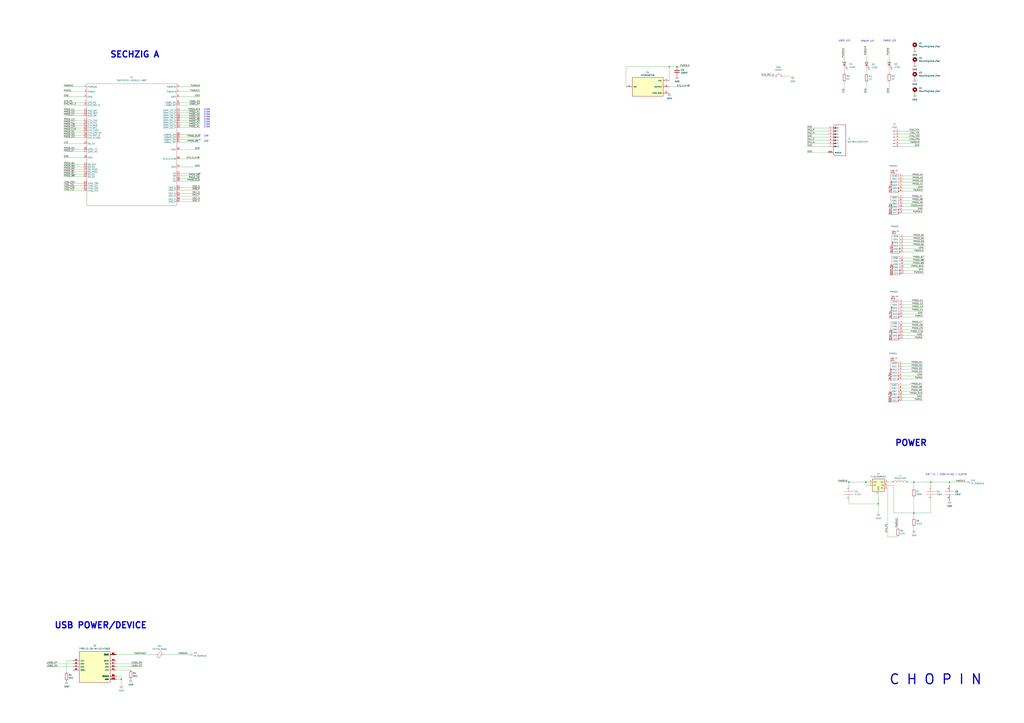
<source format=kicad_sch>
(kicad_sch (version 20211123) (generator eeschema)
  (paper "A1")
  (title_block (title "Chopin Motherboard") (date "2023-03-31") (rev "V0") (company "Copyright © 2023 Lone Dynamics Corporation"))
  (lib_symbols
    (symbol "Connector:Conn_01x06_Male" (pin_names (offset 1.016) hide)
      (property "Reference" "J" (at 0 7.62 0))
      (property "Value" "Conn_01x06_Male" (at 0 -10.16 0))
      (symbol "Conn_01x06_Male_1_1"
        (polyline (pts (xy 1.27 -7.62) (xy 0.8636 -7.62)) (stroke (width 0.1524)))
        (polyline (pts (xy 1.27 -5.08) (xy 0.8636 -5.08)) (stroke (width 0.1524)))
        (polyline (pts (xy 1.27 -2.54) (xy 0.8636 -2.54)) (stroke (width 0.1524)))
        (polyline (pts (xy 1.27 0) (xy 0.8636 0)) (stroke (width 0.1524)))
        (polyline (pts (xy 1.27 2.54) (xy 0.8636 2.54)) (stroke (width 0.1524)))
        (polyline (pts (xy 1.27 5.08) (xy 0.8636 5.08)) (stroke (width 0.1524)))
        (rectangle (start 0.8636 -7.493) (end 0 -7.747) (stroke (width 0.1524)) (fill (type outline)))
        (rectangle (start 0.8636 -4.953) (end 0 -5.207) (stroke (width 0.1524)) (fill (type outline)))
        (rectangle (start 0.8636 -2.413) (end 0 -2.667) (stroke (width 0.1524)) (fill (type outline)))
        (rectangle (start 0.8636 0.127) (end 0 -0.127) (stroke (width 0.1524)) (fill (type outline)))
        (rectangle (start 0.8636 2.667) (end 0 2.413) (stroke (width 0.1524)) (fill (type outline)))
        (rectangle (start 0.8636 5.207) (end 0 4.953) (stroke (width 0.1524)) (fill (type outline)))
        (pin passive line (at 5.08 5.08 180) (length 3.81) (name "Pin_1") (number "1"))
        (pin passive line (at 5.08 2.54 180) (length 3.81) (name "Pin_2") (number "2"))
        (pin passive line (at 5.08 0 180) (length 3.81) (name "Pin_3") (number "3"))
        (pin passive line (at 5.08 -2.54 180) (length 3.81) (name "Pin_4") (number "4"))
        (pin passive line (at 5.08 -5.08 180) (length 3.81) (name "Pin_5") (number "5"))
        (pin passive line (at 5.08 -7.62 180) (length 3.81) (name "Pin_6") (number "6"))
      )
    )
    (symbol "Connector:TestPoint" (pin_numbers hide) (pin_names (offset 0.762) hide)
      (property "Reference" "TP" (at 0 6.858 0))
      (property "Value" "TestPoint" (at 0 5.08 0))
      (symbol "TestPoint_0_1"
        (circle (center 0 3.302) (radius 0.762))
      )
      (symbol "TestPoint_1_1"
        (pin passive line (at 0 0 90) (length 2.54) (name "1") (number "1"))
      )
    )
    (symbol "Device:C" (pin_numbers hide) (pin_names (offset 0.254))
      (property "Reference" "C" (at 0.635 2.54 0))
      (property "Value" "C" (at 0.635 -2.54 0))
      (symbol "C_0_1"
        (polyline (pts (xy -2.032 -0.762) (xy 2.032 -0.762)) (stroke (width 0.508)))
        (polyline (pts (xy -2.032 0.762) (xy 2.032 0.762)) (stroke (width 0.508)))
      )
      (symbol "C_1_1"
        (pin passive line (at 0 3.81 270) (length 2.794) (name "~") (number "1"))
        (pin passive line (at 0 -3.81 90) (length 2.794) (name "~") (number "2"))
      )
    )
    (symbol "Device:Ferrite_Bead" (pin_numbers hide) (pin_names (offset 0))
      (property "Reference" "FB" (at -3.81 0.635 90))
      (property "Value" "Device_Ferrite_Bead" (at 3.81 0 90))
      (symbol "Ferrite_Bead_0_1"
        (polyline (pts (xy 0 -1.27) (xy 0 -1.2192)))
        (polyline (pts (xy 0 1.27) (xy 0 1.2954)))
        (polyline (pts (xy -2.7686 0.4064) (xy -1.7018 2.2606) (xy 2.7686 -0.3048) (xy 1.6764 -2.159) (xy -2.7686 0.4064)))
      )
      (symbol "Ferrite_Bead_1_1"
        (pin passive line (at 0 3.81 270) (length 2.54) (name "~") (number "1"))
        (pin passive line (at 0 -3.81 90) (length 2.54) (name "~") (number "2"))
      )
    )
    (symbol "Device:LED" (pin_numbers hide) (pin_names (offset 1.016) hide)
      (property "Reference" "D" (at 0 2.54 0))
      (property "Value" "LED" (at 0 -2.54 0))
      (symbol "LED_0_1"
        (polyline (pts (xy -1.27 -1.27) (xy -1.27 1.27)) (stroke (width 0.254)))
        (polyline (pts (xy -1.27 0) (xy 1.27 0)))
        (polyline (pts (xy 1.27 -1.27) (xy 1.27 1.27) (xy -1.27 0) (xy 1.27 -1.27)) (stroke (width 0.254)))
        (polyline (pts (xy -3.048 -0.762) (xy -4.572 -2.286) (xy -3.81 -2.286) (xy -4.572 -2.286) (xy -4.572 -1.524)))
        (polyline (pts (xy -1.778 -0.762) (xy -3.302 -2.286) (xy -2.54 -2.286) (xy -3.302 -2.286) (xy -3.302 -1.524)))
      )
      (symbol "LED_1_1"
        (pin passive line (at -3.81 0 0) (length 2.54) (name "K") (number "1"))
        (pin passive line (at 3.81 0 180) (length 2.54) (name "A") (number "2"))
      )
    )
    (symbol "Device:R" (pin_numbers hide) (pin_names (offset 0))
      (property "Reference" "R" (at 2.032 0 90))
      (property "Value" "R" (at 0 0 90))
      (symbol "R_0_1"
        (rectangle (start -1.016 -2.54) (end 1.016 2.54) (stroke (width 0.254)))
      )
      (symbol "R_1_1"
        (pin passive line (at 0 3.81 270) (length 1.27) (name "~") (number "1"))
        (pin passive line (at 0 -3.81 90) (length 1.27) (name "~") (number "2"))
      )
    )
    (symbol "KC2016Z:KC2016Z13.5600C1KX00" (pin_names (offset 1.016))
      (property "Reference" "Y" (at -12.7 8.636 0))
      (property "Value" "KC2016Z13.5600C1KX00" (at -12.7 -10.16 0))
      (symbol "KC2016Z13.5600C1KX00_0_0"
        (rectangle (start -12.7 -7.62) (end 12.7 7.62) (stroke (width 0.254)) (fill (type background)))
        (pin input line (at -17.78 0 0) (length 5.08) (name "INH") (number "1"))
        (pin power_in line (at 17.78 -5.08 180) (length 5.08) (name "CASE_GND") (number "2"))
        (pin output line (at 17.78 0 180) (length 5.08) (name "OUTPUT") (number "3"))
        (pin power_in line (at 17.78 5.08 180) (length 5.08) (name "VCC") (number "4"))
      )
    )
    (symbol "Mechanical:MountingHole_Pad" (pin_numbers hide) (pin_names (offset 1.016) hide)
      (property "Reference" "H" (at 0 6.35 0))
      (property "Value" "MountingHole_Pad" (at 0 4.445 0))
      (symbol "MountingHole_Pad_0_1"
        (circle (center 0 1.27) (radius 1.27) (stroke (width 1.27)))
      )
      (symbol "MountingHole_Pad_1_1"
        (pin input line (at 0 -2.54 90) (length 2.54) (name "1") (number "1"))
      )
    )
    (symbol "Regulator_Switching:TLV62568DDC"
      (property "Reference" "U" (at -5.08 6.35 0))
      (property "Value" "TLV62568DDC" (at 0 6.35 0))
      (symbol "TLV62568DDC_0_1"
        (rectangle (start -5.08 5.08) (end 5.08 -5.08) (stroke (width 0.254)) (fill (type background)))
      )
      (symbol "TLV62568DDC_1_1"
        (pin input line (at -7.62 0 0) (length 2.54) (name "EN") (number "1"))
        (pin power_in line (at 0 -7.62 90) (length 2.54) (name "GND") (number "2"))
        (pin power_out line (at 7.62 2.54 180) (length 2.54) (name "SW") (number "3"))
        (pin power_in line (at -7.62 2.54 0) (length 2.54) (name "VIN") (number "4"))
        (pin open_collector line (at 7.62 -2.54 180) (length 2.54) (name "PG") (number "5"))
        (pin input line (at 7.62 0 180) (length 2.54) (name "FB") (number "6"))
      )
    )
    (symbol "Switch:SW_Push" (pin_numbers hide) (pin_names (offset 1.016) hide)
      (property "Reference" "SW" (at 1.27 2.54 0))
      (property "Value" "SW_Push" (at 0 -1.524 0))
      (symbol "SW_Push_0_1"
        (circle (center -2.032 0) (radius 0.508))
        (polyline (pts (xy 0 1.27) (xy 0 3.048)))
        (polyline (pts (xy 2.54 1.27) (xy -2.54 1.27)))
        (circle (center 2.032 0) (radius 0.508))
        (pin passive line (at -5.08 0 0) (length 2.54) (name "1") (number "1"))
        (pin passive line (at 5.08 0 180) (length 2.54) (name "2") (number "2"))
      )
    )
    (symbol "ld-connectors:SAT3M2132072TR" (pin_names (offset 1.016))
      (property "Reference" "J" (at -5.08 13.97 0))
      (property "Value" "SAT3M2132072TR" (at -5.08 -15.24 0))
      (symbol "SAT3M2132072TR_0_0"
        (rectangle (start -4.445 -5.3975) (end -2.8575 -4.7625) (stroke (width 0.1)) (fill (type outline)))
        (rectangle (start -4.445 -2.8575) (end -2.8575 -2.2225) (stroke (width 0.1)) (fill (type outline)))
        (rectangle (start -4.445 -0.3175) (end -2.8575 0.3175) (stroke (width 0.1)) (fill (type outline)))
        (rectangle (start -4.445 2.2225) (end -2.8575 2.8575) (stroke (width 0.1)) (fill (type outline)))
        (rectangle (start -4.445 4.7625) (end -2.8575 5.3975) (stroke (width 0.1)) (fill (type outline)))
        (rectangle (start -4.445 7.3025) (end -2.8575 7.9375) (stroke (width 0.1)) (fill (type outline)))
        (rectangle (start -4.445 9.8425) (end -2.8575 10.4775) (stroke (width 0.1)) (fill (type outline)))
        (polyline (pts (xy -5.08 -11.43) (xy -3.81 -12.7)) (stroke (width 0.254)))
        (polyline (pts (xy -5.08 -5.08) (xy -3.175 -5.08)) (stroke (width 0.254)))
        (polyline (pts (xy -5.08 -2.54) (xy -3.175 -2.54)) (stroke (width 0.254)))
        (polyline (pts (xy -5.08 0) (xy -3.175 0)) (stroke (width 0.254)))
        (polyline (pts (xy -5.08 2.54) (xy -3.175 2.54)) (stroke (width 0.254)))
        (polyline (pts (xy -5.08 5.08) (xy -3.175 5.08)) (stroke (width 0.254)))
        (polyline (pts (xy -5.08 7.62) (xy -3.175 7.62)) (stroke (width 0.254)))
        (polyline (pts (xy -5.08 10.16) (xy -5.08 -11.43)) (stroke (width 0.254)))
        (polyline (pts (xy -5.08 10.16) (xy -3.175 10.16)) (stroke (width 0.254)))
        (polyline (pts (xy -5.08 11.43) (xy -5.08 10.16)) (stroke (width 0.254)))
        (polyline (pts (xy -5.08 11.43) (xy -3.81 12.7)) (stroke (width 0.254)))
        (polyline (pts (xy -3.81 -12.7) (xy 5.08 -12.7)) (stroke (width 0.254)))
        (polyline (pts (xy 5.08 -12.7) (xy 5.08 12.7)) (stroke (width 0.254)))
        (polyline (pts (xy 5.08 12.7) (xy -3.81 12.7)) (stroke (width 0.254)))
        (pin passive line (at -10.16 10.16 0) (length 5.08) (name "GND") (number "1"))
        (pin passive line (at -10.16 7.62 0) (length 5.08) (name "A_P") (number "2"))
        (pin passive line (at -10.16 5.08 0) (length 5.08) (name "A_N") (number "3"))
        (pin passive line (at -10.16 2.54 0) (length 5.08) (name "GND") (number "4"))
        (pin passive line (at -10.16 0 0) (length 5.08) (name "B_N") (number "5"))
        (pin passive line (at -10.16 -2.54 0) (length 5.08) (name "B_P") (number "6"))
        (pin passive line (at -10.16 -5.08 0) (length 5.08) (name "GND") (number "7"))
        (pin passive line (at -10.16 -10.16 0) (length 5.08) (name "SHIELD") (number "SH1"))
        (pin passive line (at -10.16 -10.16 0) (length 5.08) (name "SHIELD") (number "SH2"))
      )
    )
    (symbol "ld-edge:MACHDYNE-SECHZIG"
      (property "Reference" "U" (at 0 0 0))
      (property "Value" "MACHDYNE-SECHZIG" (at 0 0 0))
      (symbol "MACHDYNE-SECHZIG_0_1"
        (rectangle (start -36.83 53.848) (end 36.83 -46.228))
      )
      (symbol "MACHDYNE-SECHZIG_1_1"
        (pin power_in line (at -39.37 51.308 0) (length 2.54) (name "PWR5V0") (number "1"))
        (pin bidirectional line (at 39.37 36.322 180) (length 2.54) (name "USBD_DP") (number "10"))
        (pin output line (at -39.37 31.75 0) (length 2.54) (name "AUD_DAT") (number "11"))
        (pin output line (at 39.37 32.004 180) (length 2.54) (name "DDMI_CK_N") (number "12"))
        (pin output line (at -39.37 29.718 0) (length 2.54) (name "AUD_BCK") (number "13"))
        (pin output line (at 39.37 29.972 180) (length 2.54) (name "DDMI_CK_P") (number "14"))
        (pin output line (at -39.37 27.686 0) (length 2.54) (name "AUD_WS") (number "15"))
        (pin output line (at 39.37 27.94 180) (length 2.54) (name "DDMI_D0_N") (number "16"))
        (pin bidirectional line (at -39.37 23.622 0) (length 2.54) (name "ETH_TX0") (number "17"))
        (pin output line (at 39.37 25.908 180) (length 2.54) (name "DDMI_D0_P") (number "18"))
        (pin bidirectional line (at -39.37 21.59 0) (length 2.54) (name "ETH_TX1") (number "19"))
        (pin power_in line (at 39.37 51.308 180) (length 2.54) (name "PWR5V0") (number "2"))
        (pin output line (at 39.37 23.876 180) (length 2.54) (name "DDMI_D1_N") (number "20"))
        (pin bidirectional line (at -39.37 19.558 0) (length 2.54) (name "ETH_RX0") (number "21"))
        (pin output line (at 39.37 21.844 180) (length 2.54) (name "DDMI_D1_P") (number "22"))
        (pin bidirectional line (at -39.37 17.526 0) (length 2.54) (name "ETH_RX1") (number "23"))
        (pin output line (at 39.37 19.812 180) (length 2.54) (name "DDMI_D2_N") (number "24"))
        (pin bidirectional line (at -39.37 15.494 0) (length 2.54) (name "ETH_TXEN") (number "25"))
        (pin output line (at 39.37 17.78 180) (length 2.54) (name "DDMI_D2_P") (number "26"))
        (pin bidirectional line (at -39.37 13.462 0) (length 2.54) (name "ETH_CRS_DV") (number "27"))
        (pin bidirectional line (at 39.37 11.938 180) (length 2.54) (name "USBH0_DN") (number "28"))
        (pin bidirectional line (at -39.37 11.43 0) (length 2.54) (name "ETH_RST_N") (number "29"))
        (pin power_out line (at -39.37 47.244 0) (length 2.54) (name "PWRIO") (number "3"))
        (pin bidirectional line (at 39.37 9.906 180) (length 2.54) (name "USBH0_DP") (number "30"))
        (pin input line (at -39.37 9.398 0) (length 2.54) (name "ETH_CLK50") (number "31"))
        (pin bidirectional line (at 39.37 7.874 180) (length 2.54) (name "USBH1_DN") (number "32"))
        (pin input line (at -39.37 4.572 0) (length 2.54) (name "SD_CD") (number "33"))
        (pin bidirectional line (at 39.37 5.842 180) (length 2.54) (name "USBH1_DP") (number "34"))
        (pin bidirectional line (at -39.37 0 0) (length 2.54) (name "UART_TX") (number "35"))
        (pin power_out line (at 39.37 -0.254 180) (length 2.54) (name "GND") (number "36"))
        (pin bidirectional line (at -39.37 -2.032 0) (length 2.54) (name "UART_RX") (number "37"))
        (pin input line (at 39.37 -7.874 180) (length 2.54) (name "SYS_CLK48") (number "38"))
        (pin power_out line (at -39.37 -6.858 0) (length 2.54) (name "GND") (number "39"))
        (pin power_in line (at 39.37 47.244 180) (length 2.54) (name "PWR3V3") (number "4"))
        (pin power_out line (at 39.37 -14.478 180) (length 2.54) (name "GND") (number "40"))
        (pin output line (at -39.37 -12.446 0) (length 2.54) (name "SD_SCK") (number "41"))
        (pin bidirectional line (at 39.37 -19.812 180) (length 2.54) (name "XA") (number "42"))
        (pin bidirectional line (at -39.37 -14.478 0) (length 2.54) (name "SD_SS") (number "43"))
        (pin bidirectional line (at 39.37 -21.844 180) (length 2.54) (name "XB") (number "44"))
        (pin bidirectional line (at -39.37 -16.51 0) (length 2.54) (name "SD_MISO") (number "45"))
        (pin bidirectional line (at 39.37 -24.13 180) (length 2.54) (name "XC") (number "46"))
        (pin bidirectional line (at -39.37 -18.542 0) (length 2.54) (name "SD_MOSI") (number "47"))
        (pin bidirectional line (at 39.37 -26.162 180) (length 2.54) (name "XD") (number "48"))
        (pin bidirectional line (at -39.37 -20.574 0) (length 2.54) (name "SD_D1") (number "49"))
        (pin power_out line (at -39.37 43.18 0) (length 2.54) (name "GND") (number "5"))
        (pin bidirectional line (at 39.37 -31.496 180) (length 2.54) (name "DS0_N") (number "50"))
        (pin bidirectional line (at -39.37 -22.606 0) (length 2.54) (name "SD_D2") (number "51"))
        (pin bidirectional line (at 39.37 -33.528 180) (length 2.54) (name "DS0_P") (number "52"))
        (pin bidirectional line (at -39.37 -27.94 0) (length 2.54) (name "JTAG_TMS") (number "53"))
        (pin bidirectional line (at 39.37 -36.322 180) (length 2.54) (name "DS1_N") (number "54"))
        (pin bidirectional line (at -39.37 -29.972 0) (length 2.54) (name "JTAG_TDI") (number "55"))
        (pin bidirectional line (at 39.37 -38.354 180) (length 2.54) (name "DS1_P") (number "56"))
        (pin bidirectional line (at -39.37 -32.004 0) (length 2.54) (name "JTAG_TDO") (number "57"))
        (pin bidirectional line (at 39.37 -41.148 180) (length 2.54) (name "DS2_N") (number "58"))
        (pin bidirectional line (at -39.37 -34.036 0) (length 2.54) (name "JTAG_TCK") (number "59"))
        (pin power_out line (at 39.37 43.18 180) (length 2.54) (name "GND") (number "6"))
        (pin bidirectional line (at 39.37 -43.18 180) (length 2.54) (name "DS2_P") (number "60"))
        (pin input line (at -39.37 38.354 0) (length 2.54) (name "SYS_PG") (number "7"))
        (pin bidirectional line (at 39.37 38.354 180) (length 2.54) (name "USBD_DN") (number "8"))
        (pin input line (at -39.37 36.322 0) (length 2.54) (name "SYS_RST_N") (number "9"))
      )
    )
    (symbol "ld-usbc:TYPE-C-31-M-12-FIXED" (pin_names (offset 1.016))
      (property "Reference" "J1" (at 0 17.78 0))
      (property "Value" "TYPE-C-31-M-12-FIXED" (at 0 15.24 0))
      (symbol "TYPE-C-31-M-12-FIXED_0_0"
        (rectangle (start -12.7 -12.7) (end 12.7 12.7) (stroke (width 0.254)) (fill (type background)))
        (pin power_in line (at 17.78 -10.16 180) (length 5.08) (name "GND") (number "A1"))
        (pin power_in line (at 17.78 -10.16 180) (length 5.08) (name "GND") (number "A12"))
        (pin power_in line (at 17.78 10.16 180) (length 5.08) (name "VBUS") (number "A4"))
        (pin bidirectional line (at -17.78 5.08 0) (length 5.08) (name "CC1") (number "A5"))
        (pin bidirectional line (at -17.78 2.54 0) (length 5.08) (name "DP1") (number "A6"))
        (pin bidirectional line (at -17.78 0 0) (length 5.08) (name "DN1") (number "A7"))
        (pin bidirectional line (at -17.78 -2.54 0) (length 5.08) (name "SBU1") (number "A8"))
        (pin power_in line (at 17.78 10.16 180) (length 5.08) (name "VBUS") (number "A9"))
        (pin power_in line (at 17.78 -10.16 180) (length 5.08) (name "GND") (number "B1"))
        (pin power_in line (at 17.78 -10.16 180) (length 5.08) (name "GND") (number "B12"))
        (pin power_in line (at 17.78 10.16 180) (length 5.08) (name "VBUS") (number "B4"))
        (pin bidirectional line (at 17.78 -2.54 180) (length 5.08) (name "CC2") (number "B5"))
        (pin bidirectional line (at 17.78 0 180) (length 5.08) (name "DP2") (number "B6"))
        (pin bidirectional line (at 17.78 2.54 180) (length 5.08) (name "DN2") (number "B7"))
        (pin bidirectional line (at 17.78 5.08 180) (length 5.08) (name "SBU2") (number "B8"))
        (pin power_in line (at 17.78 10.16 180) (length 5.08) (name "VBUS") (number "B9"))
        (pin passive line (at 17.78 -7.62 180) (length 5.08) (name "SHIELD") (number "S1"))
        (pin passive line (at 17.78 -7.62 180) (length 5.08) (name "SHIELD") (number "S2"))
        (pin passive line (at 17.78 -7.62 180) (length 5.08) (name "SHIELD") (number "S3"))
        (pin passive line (at 17.78 -7.62 180) (length 5.08) (name "SHIELD") (number "S4"))
      )
    )
    (symbol "pmod:PMOD-Device-x2-Type-1A-GPIO" (pin_names (offset 1.016))
      (property "Reference" "PMOD" (at -3.302 -1.27 0))
      (symbol "PMOD-Device-x2-Type-1A-GPIO_0_0"
        (text "(Closest to the edge)" (at -5.842 -13.462 900) (effects (font (size 0.508 0.508))))
        (text "(Furthest from the edge)" (at -5.842 5.08 900) (effects (font (size 0.508 0.508))))
        (text "Bottom Row" (at -7.366 -13.462 900) (effects (font (size 0.9906 0.9906))))
        (text "GPIO" (at -6.604 16.51 0) (effects (font (size 0.9906 0.9906)) (justify left)))
        (text "Top Row" (at -7.366 3.302 900) (effects (font (size 0.9906 0.9906))))
        (text "Type 1A" (at -6.604 18.288 0) (effects (font (size 0.9906 0.9906)) (justify left)))
      )
      (symbol "PMOD-Device-x2-Type-1A-GPIO_0_1"
        (rectangle (start -6.35 -2.54) (end 0 -17.78))
        (rectangle (start 0 15.24) (end -6.35 0))
      )
      (symbol "PMOD-Device-x2-Type-1A-GPIO_1_1"
        (pin bidirectional line (at 3.81 13.97 180) (length 3.81) (name "IOA0") (number "1"))
        (pin bidirectional line (at 3.81 -11.43 180) (length 3.81) (name "IOB3") (number "10"))
        (pin power_out non_logic (at 3.81 -13.97 180) (length 3.81) (name "GND") (number "11"))
        (pin power_out non_logic (at 3.81 -16.51 180) (length 3.81) (name "VCC") (number "12"))
        (pin bidirectional line (at 3.81 11.43 180) (length 3.81) (name "IOA1") (number "2"))
        (pin bidirectional line (at 3.81 8.89 180) (length 3.81) (name "IOA2") (number "3"))
        (pin bidirectional line (at 3.81 6.35 180) (length 3.81) (name "IOA3") (number "4"))
        (pin power_out non_logic (at 3.81 3.81 180) (length 3.81) (name "GND") (number "5"))
        (pin power_out non_logic (at 3.81 1.27 180) (length 3.81) (name "VCC") (number "6"))
        (pin bidirectional line (at 3.81 -3.81 180) (length 3.81) (name "IOB0") (number "7"))
        (pin bidirectional line (at 3.81 -6.35 180) (length 3.81) (name "IOB1") (number "8"))
        (pin bidirectional line (at 3.81 -8.89 180) (length 3.81) (name "IOB2") (number "9"))
      )
    )
    (symbol "power:GND" (power) (pin_names (offset 0))
      (property "Value" "GND" (at 0 -3.81 0))
      (symbol "GND_0_1"
        (polyline (pts (xy 0 0) (xy 0 -1.27) (xy 1.27 -1.27) (xy 0 -2.54) (xy -1.27 -1.27) (xy 0 -1.27)))
      )
      (symbol "GND_1_1"
        (pin power_in line (at 0 0 270) (length 0) hide (name "GND") (number "1"))
      )
    )
    (symbol "pspice:C" (pin_names (offset 0.254))
      (property "Reference" "C" (at 2.54 3.81 90))
      (property "Value" "C" (at 2.54 -3.81 90))
      (symbol "C_0_1"
        (polyline (pts (xy -3.81 -1.27) (xy 3.81 -1.27)))
        (polyline (pts (xy -3.81 1.27) (xy 3.81 1.27)))
      )
      (symbol "C_1_1"
        (pin passive line (at 0 6.35 270) (length 5.08) (name "~") (number "1"))
        (pin passive line (at 0 -6.35 90) (length 5.08) (name "~") (number "2"))
      )
    )
    (symbol "pspice:INDUCTOR" (pin_numbers hide) (pin_names (offset 0))
      (property "Reference" "L" (at 0 2.54 0))
      (property "Value" "INDUCTOR" (at 0 -1.27 0))
      (symbol "INDUCTOR_0_1"
        (arc (start -2.54 0) (mid -3.81 1.27) (end -5.08 0))
        (arc (start 0 0) (mid -1.27 1.27) (end -2.54 0))
        (arc (start 2.54 0) (mid 1.27 1.27) (end 0 0))
        (arc (start 5.08 0) (mid 3.81 1.27) (end 2.54 0))
      )
      (symbol "INDUCTOR_1_1"
        (pin input line (at -6.35 0 0) (length 1.27) (name "1") (number "1"))
        (pin input line (at 6.35 0 180) (length 1.27) (name "2") (number "2"))
      )
    )
  )
  (junction (at 750.57 396.24))
  (junction (at 556.006 54.864))
  (junction (at 721.36 414.02))
  (junction (at 750.57 421.64))
  (junction (at 764.54 396.24))
  (junction (at 711.2 396.24))
  (junction (at 549.656 54.864))
  (junction (at 697.23 396.24))
  (junction (at 99.568 558.292))
  (junction (at 779.78 396.24))
  (no_connect (at 164.084 114.808))
  (no_connect (at 164.084 142.494))
  (no_connect (at 164.084 110.744))
  (wire (pts (xy 758.444 250.444) (xy 741.934 250.444)))
  (wire (pts (xy 679.45 105.156) (xy 662.94 105.156)))
  (wire (pts (xy 759.206 222.25) (xy 742.696 222.25)))
  (wire (pts (xy 755.396 112.776) (xy 738.886 112.776)))
  (wire (pts (xy 68.834 154.686) (xy 52.324 154.686)))
  (wire (pts (xy 757.936 301.244) (xy 741.426 301.244)))
  (wire (pts (xy 95.504 555.752) (xy 99.568 555.752)))
  (wire (pts (xy 758.19 157.226) (xy 741.68 157.226)))
  (wire (pts (xy 764.54 398.78) (xy 764.54 396.24)))
  (wire (pts (xy 679.45 125.476) (xy 662.94 125.476)))
  (wire (pts (xy 625.348 62.484) (xy 634.492 62.484)))
  (wire (pts (xy 757.936 303.784) (xy 741.426 303.784)))
  (wire (pts (xy 737.362 433.578) (xy 737.362 424.688)))
  (wire (pts (xy 68.834 118.11) (xy 52.324 118.11)))
  (wire (pts (xy 759.206 194.31) (xy 742.696 194.31)))
  (wire (pts (xy 95.504 558.292) (xy 99.568 558.292)))
  (wire (pts (xy 164.084 84.328) (xy 147.574 84.328)))
  (wire (pts (xy 99.568 558.292) (xy 99.568 563.118)))
  (wire (pts (xy 68.834 79.502) (xy 52.324 79.502)))
  (wire (pts (xy 68.834 135.128) (xy 52.324 135.128)))
  (wire (pts (xy 758.444 265.684) (xy 741.934 265.684)))
  (wire (pts (xy 711.2 396.24) (xy 713.74 396.24)))
  (wire (pts (xy 164.084 146.812) (xy 147.574 146.812)))
  (wire (pts (xy 758.444 278.384) (xy 741.934 278.384)))
  (wire (pts (xy 758.19 167.386) (xy 741.68 167.386)))
  (wire (pts (xy 728.98 401.32) (xy 728.98 441.198)))
  (wire (pts (xy 68.834 139.192) (xy 52.324 139.192)))
  (wire (pts (xy 514.096 71.374) (xy 514.096 54.864)))
  (wire (pts (xy 164.084 161.036) (xy 147.574 161.036)))
  (wire (pts (xy 54.61 552.196) (xy 54.61 543.052)))
  (wire (pts (xy 728.98 441.198) (xy 737.362 441.198)))
  (wire (pts (xy 779.78 396.24) (xy 792.48 396.24)))
  (wire (pts (xy 164.084 75.438) (xy 147.574 75.438)))
  (wire (pts (xy 651.002 62.484) (xy 644.652 62.484)))
  (wire (pts (xy 68.834 99.06) (xy 52.324 99.06)))
  (wire (pts (xy 779.78 396.24) (xy 779.78 398.78)))
  (wire (pts (xy 99.568 555.752) (xy 99.568 558.292)))
  (wire (pts (xy 757.936 326.644) (xy 741.426 326.644)))
  (wire (pts (xy 164.084 102.87) (xy 147.574 102.87)))
  (wire (pts (xy 697.23 396.24) (xy 711.2 396.24)))
  (wire (pts (xy 759.206 196.85) (xy 742.696 196.85)))
  (wire (pts (xy 679.45 117.856) (xy 662.94 117.856)))
  (wire (pts (xy 164.084 130.556) (xy 147.574 130.556)))
  (wire (pts (xy 759.206 199.39) (xy 742.696 199.39)))
  (wire (pts (xy 759.206 204.47) (xy 742.696 204.47)))
  (wire (pts (xy 68.834 111.252) (xy 52.324 111.252)))
  (wire (pts (xy 713.74 398.78) (xy 711.2 398.78)))
  (wire (pts (xy 164.084 110.744) (xy 147.574 110.744)))
  (wire (pts (xy 68.834 103.124) (xy 52.324 103.124)))
  (wire (pts (xy 711.2 398.78) (xy 711.2 396.24)))
  (wire (pts (xy 750.57 425.45) (xy 750.57 421.64)))
  (wire (pts (xy 164.084 86.36) (xy 147.574 86.36)))
  (wire (pts (xy 164.084 98.806) (xy 147.574 98.806)))
  (wire (pts (xy 68.834 156.718) (xy 52.324 156.718)))
  (wire (pts (xy 68.834 122.682) (xy 52.324 122.682)))
  (wire (pts (xy 164.084 154.178) (xy 147.574 154.178)))
  (wire (pts (xy 755.396 115.316) (xy 738.886 115.316)))
  (wire (pts (xy 679.45 115.316) (xy 662.94 115.316)))
  (wire (pts (xy 95.504 537.972) (xy 127.254 537.972)))
  (wire (pts (xy 164.084 104.902) (xy 147.574 104.902)))
  (wire (pts (xy 38.354 545.592) (xy 59.944 545.592)))
  (wire (pts (xy 679.45 110.236) (xy 662.94 110.236)))
  (wire (pts (xy 728.98 398.78) (xy 734.06 398.78)))
  (wire (pts (xy 164.084 116.84) (xy 147.574 116.84)))
  (wire (pts (xy 164.084 163.83) (xy 147.574 163.83)))
  (wire (pts (xy 758.444 268.224) (xy 741.934 268.224)))
  (wire (pts (xy 750.57 435.61) (xy 750.57 433.07)))
  (wire (pts (xy 68.834 105.156) (xy 52.324 105.156)))
  (wire (pts (xy 679.45 120.396) (xy 662.94 120.396)))
  (wire (pts (xy 759.206 219.71) (xy 742.696 219.71)))
  (wire (pts (xy 68.834 75.438) (xy 52.324 75.438)))
  (wire (pts (xy 549.656 66.294) (xy 549.656 54.864)))
  (wire (pts (xy 759.206 207.01) (xy 742.696 207.01)))
  (wire (pts (xy 68.834 94.996) (xy 52.324 94.996)))
  (wire (pts (xy 757.936 298.704) (xy 741.426 298.704)))
  (wire (pts (xy 38.354 548.132) (xy 59.944 548.132)))
  (wire (pts (xy 164.084 156.21) (xy 147.574 156.21)))
  (wire (pts (xy 755.396 120.396) (xy 738.886 120.396)))
  (wire (pts (xy 54.61 543.052) (xy 59.944 543.052)))
  (wire (pts (xy 721.36 414.02) (xy 697.23 414.02)))
  (wire (pts (xy 693.42 76.454) (xy 693.42 67.564)))
  (wire (pts (xy 755.396 117.856) (xy 738.886 117.856)))
  (wire (pts (xy 764.54 396.24) (xy 779.78 396.24)))
  (wire (pts (xy 758.444 252.984) (xy 741.934 252.984)))
  (wire (pts (xy 758.19 152.146) (xy 741.68 152.146)))
  (wire (pts (xy 758.19 149.606) (xy 741.68 149.606)))
  (wire (pts (xy 68.834 90.932) (xy 52.324 90.932)))
  (wire (pts (xy 164.084 165.862) (xy 147.574 165.862)))
  (wire (pts (xy 68.834 109.22) (xy 52.324 109.22)))
  (wire (pts (xy 721.36 406.4) (xy 721.36 414.02)))
  (wire (pts (xy 730.25 56.134) (xy 730.25 59.944)))
  (wire (pts (xy 758.444 258.064) (xy 741.934 258.064)))
  (wire (pts (xy 164.084 142.494) (xy 147.574 142.494)))
  (wire (pts (xy 759.206 201.93) (xy 742.696 201.93)))
  (wire (pts (xy 757.936 308.864) (xy 741.426 308.864)))
  (wire (pts (xy 750.57 401.32) (xy 750.57 396.24)))
  (wire (pts (xy 750.57 421.64) (xy 764.54 421.64)))
  (wire (pts (xy 68.834 150.622) (xy 52.324 150.622)))
  (wire (pts (xy 758.444 270.764) (xy 741.934 270.764)))
  (wire (pts (xy 164.084 71.374) (xy 147.574 71.374)))
  (wire (pts (xy 697.23 411.48) (xy 697.23 414.02)))
  (wire (pts (xy 758.19 164.846) (xy 741.68 164.846)))
  (wire (pts (xy 68.834 71.374) (xy 52.324 71.374)))
  (wire (pts (xy 758.444 255.524) (xy 741.934 255.524)))
  (wire (pts (xy 758.444 275.844) (xy 741.934 275.844)))
  (wire (pts (xy 134.874 537.972) (xy 153.924 537.972)))
  (wire (pts (xy 549.656 54.864) (xy 556.006 54.864)))
  (wire (pts (xy 68.834 84.328) (xy 52.324 84.328)))
  (wire (pts (xy 730.25 76.454) (xy 730.25 67.564)))
  (wire (pts (xy 750.57 396.24) (xy 764.54 396.24)))
  (wire (pts (xy 164.084 79.502) (xy 147.574 79.502)))
  (wire (pts (xy 759.206 224.79) (xy 742.696 224.79)))
  (wire (pts (xy 757.936 311.404) (xy 741.426 311.404)))
  (wire (pts (xy 750.57 421.64) (xy 734.06 421.64)))
  (wire (pts (xy 757.936 329.184) (xy 741.426 329.184)))
  (wire (pts (xy 759.206 217.17) (xy 742.696 217.17)))
  (wire (pts (xy 711.708 56.388) (xy 711.708 60.198)))
  (wire (pts (xy 758.19 144.526) (xy 741.68 144.526)))
  (wire (pts (xy 759.206 214.63) (xy 742.696 214.63)))
  (wire (pts (xy 68.834 129.54) (xy 52.324 129.54)))
  (wire (pts (xy 68.834 86.36) (xy 52.324 86.36)))
  (wire (pts (xy 758.19 147.066) (xy 741.68 147.066)))
  (wire (pts (xy 711.708 76.708) (xy 711.708 67.818)))
  (wire (pts (xy 164.084 96.774) (xy 147.574 96.774)))
  (wire (pts (xy 757.936 321.564) (xy 741.426 321.564)))
  (wire (pts (xy 757.936 306.324) (xy 741.426 306.324)))
  (wire (pts (xy 556.006 54.864) (xy 566.166 54.864)))
  (wire (pts (xy 68.834 124.714) (xy 52.324 124.714)))
  (wire (pts (xy 95.504 545.592) (xy 117.094 545.592)))
  (wire (pts (xy 95.504 550.672) (xy 107.442 550.672)))
  (wire (pts (xy 164.084 92.71) (xy 147.574 92.71)))
  (wire (pts (xy 758.19 175.006) (xy 741.68 175.006)))
  (wire (pts (xy 68.834 152.654) (xy 52.324 152.654)))
  (wire (pts (xy 758.19 162.306) (xy 741.68 162.306)))
  (wire (pts (xy 164.084 100.838) (xy 147.574 100.838)))
  (wire (pts (xy 757.936 316.484) (xy 741.426 316.484)))
  (wire (pts (xy 68.834 113.284) (xy 52.324 113.284)))
  (wire (pts (xy 757.936 324.104) (xy 741.426 324.104)))
  (wire (pts (xy 549.656 71.374) (xy 566.166 71.374)))
  (wire (pts (xy 164.084 137.16) (xy 147.574 137.16)))
  (wire (pts (xy 757.936 319.024) (xy 741.426 319.024)))
  (wire (pts (xy 164.084 122.936) (xy 147.574 122.936)))
  (wire (pts (xy 164.084 90.678) (xy 147.574 90.678)))
  (wire (pts (xy 697.23 398.78) (xy 697.23 396.24)))
  (wire (pts (xy 758.19 169.926) (xy 741.68 169.926)))
  (wire (pts (xy 68.834 107.188) (xy 52.324 107.188)))
  (wire (pts (xy 164.084 148.844) (xy 147.574 148.844)))
  (wire (pts (xy 750.57 396.24) (xy 745.49 396.24)))
  (wire (pts (xy 758.444 273.304) (xy 741.934 273.304)))
  (wire (pts (xy 734.06 398.78) (xy 734.06 421.64)))
  (wire (pts (xy 68.834 143.256) (xy 52.324 143.256)))
  (wire (pts (xy 693.42 48.514) (xy 693.42 39.624)))
  (wire (pts (xy 679.45 107.696) (xy 662.94 107.696)))
  (wire (pts (xy 721.36 414.02) (xy 721.36 421.64)))
  (wire (pts (xy 679.45 112.776) (xy 662.94 112.776)))
  (wire (pts (xy 764.54 421.64) (xy 764.54 411.48)))
  (wire (pts (xy 688.34 396.24) (xy 697.23 396.24)))
  (wire (pts (xy 730.25 48.514) (xy 730.25 39.624)))
  (wire (pts (xy 755.396 107.696) (xy 738.886 107.696)))
  (wire (pts (xy 68.834 141.224) (xy 52.324 141.224)))
  (wire (pts (xy 758.444 247.904) (xy 741.934 247.904)))
  (wire (pts (xy 750.57 408.94) (xy 750.57 421.64)))
  (wire (pts (xy 759.206 212.09) (xy 742.696 212.09)))
  (wire (pts (xy 68.834 137.16) (xy 52.324 137.16)))
  (wire (pts (xy 164.084 159.004) (xy 147.574 159.004)))
  (wire (pts (xy 758.444 260.604) (xy 741.934 260.604)))
  (wire (pts (xy 755.396 110.236) (xy 738.886 110.236)))
  (wire (pts (xy 728.98 396.24) (xy 732.79 396.24)))
  (wire (pts (xy 164.084 112.776) (xy 147.574 112.776)))
  (wire (pts (xy 758.19 172.466) (xy 741.68 172.466)))
  (wire (pts (xy 164.084 94.742) (xy 147.574 94.742)))
  (wire (pts (xy 95.504 548.132) (xy 117.094 548.132)))
  (wire (pts (xy 68.834 145.288) (xy 52.324 145.288)))
  (wire (pts (xy 164.084 144.526) (xy 147.574 144.526)))
  (wire (pts (xy 68.834 92.964) (xy 52.324 92.964)))
  (wire (pts (xy 514.096 54.864) (xy 549.656 54.864)))
  (wire (pts (xy 693.42 56.134) (xy 693.42 59.944)))
  (wire (pts (xy 68.834 101.092) (xy 52.324 101.092)))
  (wire (pts (xy 758.19 154.686) (xy 741.68 154.686)))
  (wire (pts (xy 164.084 114.808) (xy 147.574 114.808)))
  (wire (pts (xy 711.708 48.768) (xy 711.708 39.878)))
  (text "PWRIO LED" (at 725.424 34.29 0) (effects (font (size 1.27 1.27)) (justify left bottom)))
  (text "C H O P I N" (at 729.996 563.118 0) (effects (font (size 8 8) (thickness 1) bold) (justify left bottom)))
  (text "0.6 * (1 + (200/44.2)) = 3.3149" (at 760.222 390.652 0) (effects (font (size 1.27 1.27)) (justify left bottom)))
  (text "USER LED" (at 688.594 34.29 0) (effects (font (size 1.27 1.27)) (justify left bottom)))
  (text "22R" (at 167.386 112.522 0) (effects (font (size 1.27 1.27)) (justify left bottom)))
  (text "POWER" (at 734.822 367.03 0) (effects (font (size 5 5) (thickness 1) bold) (justify left bottom)))
  (text "SECHZIG A" (at 90.17 47.752 0) (effects (font (size 5 5) (thickness 1) bold) (justify left bottom)))
  (text "POWER LED" (at 706.882 34.544 0) (effects (font (size 1.27 1.27)) (justify left bottom)))
  (text "270R\n270R\n270R\n270R\n270R\n270R\n270R\n270R" (at 167.386 105.156 0) (effects (font (size 1.27 1.27)) (justify left bottom)))
  (text "USB POWER/DEVICE" (at 44.45 516.89 0) (effects (font (size 5 5) (thickness 1) bold) (justify left bottom)))
  (text "22R" (at 167.386 116.84 0) (effects (font (size 1.27 1.27)) (justify left bottom)))
  (label "GND" (at 160.02 79.502 0))
  (label "PWR3V3" (at 156.21 75.438 0))
  (label "SYS_CLK48" (at 555.752 71.374 0))
  (label "USBD_DP" (at 38.354 545.592 0))
  (label "JTAG_TDO" (at 746.252 112.776 0))
  (label "PMOD_A4" (at 749.3 152.146 0))
  (label "USBD_DP" (at 155.448 86.36 0))
  (label "GND" (at 753.618 172.466 0))
  (label "PMOD_D4" (at 748.538 306.324 0))
  (label "PMOD_C4" (at 52.324 90.932 0))
  (label "GND" (at 662.94 105.156 0))
  (label "PMOD_D4" (at 52.324 122.682 0))
  (label "PWR5V0" (at 52.324 71.374 0))
  (label "PMOD_C10" (at 747.776 273.304 0))
  (label "PWR5V0" (at 688.34 396.24 0))
  (label "PWR5V0" (at 156.464 71.374 0))
  (label "PMOD_D10" (at 153.924 148.844 0))
  (label "PMOD_C1" (at 749.046 247.904 0))
  (label "PWR3V3" (at 749.808 175.006 0))
  (label "PWRIO" (at 751.332 311.404 0))
  (label "PMOD_B9" (at 153.924 116.84 0))
  (label "PMOD_C7" (at 748.792 265.684 0))
  (label "JTAG_TDO" (at 52.324 154.686 0))
  (label "JTAG_TMS" (at 52.324 150.622 0))
  (label "PMOD_D3" (at 748.538 303.784 0))
  (label "PMOD_D2" (at 748.538 301.244 0))
  (label "PWR3V3" (at 693.42 47.244 90))
  (label "PMOD_A3" (at 155.194 96.774 0))
  (label "GND" (at 662.94 112.776 0))
  (label "PMOD_D3" (at 52.324 113.284 0))
  (label "DS2_P" (at 157.988 165.862 0))
  (label "PMOD_D8" (at 154.94 144.526 0))
  (label "PMOD_A8" (at 155.194 98.806 0))
  (label "PMOD_B10" (at 153.924 112.776 0))
  (label "PMOD_B3" (at 52.324 137.16 0))
  (label "PMOD_A2" (at 749.3 147.066 0))
  (label "DS1_N" (at 157.988 159.004 0))
  (label "GND" (at 730.25 76.454 90))
  (label "LED" (at 693.42 76.454 90))
  (label "PMOD_B8" (at 52.324 145.288 0))
  (label "PWRIO" (at 730.25 45.212 90))
  (label "JTAG_TCK" (at 746.252 107.696 0))
  (label "DS0_P" (at 157.988 156.21 0))
  (label "LED" (at 52.324 118.11 0))
  (label "PMOD_B2" (at 52.324 139.192 0))
  (label "GND" (at 160.02 122.936 0))
  (label "PMOD_B3" (at 750.062 199.39 0))
  (label "GND" (at 751.078 120.396 0))
  (label "PMOD_B4" (at 750.062 201.93 0))
  (label "DS1_P" (at 662.94 115.316 0))
  (label "PMOD_D9" (at 748.284 321.564 0))
  (label "PMOD_A10" (at 154.432 90.678 0))
  (label "PWRIO" (at 751.078 329.184 0))
  (label "PMOD_A10" (at 748.03 169.926 0))
  (label "GND" (at 753.618 258.064 0))
  (label "PWR3V3" (at 750.062 157.226 0))
  (label "JTAG_TDI" (at 746.76 110.236 0))
  (label "PMOD_A7" (at 155.194 102.87 0))
  (label "PMOD_B7" (at 749.808 212.09 0))
  (label "PMOD_B1" (at 750.062 194.31 0))
  (label "PMOD_C2" (at 52.324 99.06 0))
  (label "PMOD_C8" (at 748.792 268.224 0))
  (label "GND" (at 754.38 222.25 0))
  (label "GND" (at 753.872 154.686 0))
  (label "DS1_N" (at 662.94 117.856 0))
  (label "JTAG_TCK" (at 52.324 156.718 0))
  (label "PMOD_D7" (at 748.284 316.484 0))
  (label "PMOD_D10" (at 747.268 324.104 0))
  (label "PMOD_D1" (at 748.538 298.704 0))
  (label "JTAG_TDI" (at 52.324 152.654 0))
  (label "PMOD_C9" (at 52.324 105.156 0))
  (label "PMOD_B9" (at 749.808 217.17 0))
  (label "SYS_RST_N" (at 52.324 86.36 0))
  (label "PMOD_C8" (at 52.324 103.124 0))
  (label "PWR3V3" (at 784.86 396.24 0))
  (label "PMOD_C2" (at 749.046 250.444 0))
  (label "USBD_DN" (at 155.448 84.328 0))
  (label "PMOD_B7" (at 52.324 143.256 0))
  (label "PMOD_A8" (at 749.046 164.846 0))
  (label "PWR5V0UF" (at 110.236 537.972 0))
  (label "PMOD_B2" (at 750.062 196.85 0))
  (label "PMOD_A9" (at 749.046 167.386 0))
  (label "PMOD_A4" (at 155.194 92.71 0))
  (label "PMOD_B1" (at 52.324 141.224 0))
  (label "PMOD_C10" (at 52.324 107.188 0))
  (label "GND" (at 52.324 129.54 0))
  (label "PWRIO" (at 751.332 278.384 0))
  (label "PWR5V0" (at 146.304 537.972 0))
  (label "USBD_DN" (at 38.354 548.132 0))
  (label "PMOD_C1" (at 52.324 94.996 0))
  (label "PMOD_A7" (at 749.046 162.306 0))
  (label "GND" (at 754.634 204.47 0))
  (label "PWR3V3" (at 750.57 224.79 0))
  (label "SYS_RST_N" (at 625.348 62.484 0))
  (label "PMOD_D9" (at 154.94 146.812 0))
  (label "PWRIO" (at 52.324 75.438 0))
  (label "DS2_P" (at 662.94 107.696 0))
  (label "SYS_PG" (at 52.324 84.328 0))
  (label "PMOD_B10" (at 748.284 219.71 0))
  (label "GND" (at 711.708 76.708 90))
  (label "PWR5V0" (at 747.522 117.856 0))
  (label "USBD_DP" (at 107.95 548.132 0))
  (label "GND" (at 753.364 308.864 0))
  (label "PWR3V3" (at 737.362 433.578 90))
  (label "PMOD_A3" (at 749.3 149.606 0))
  (label "DS0_N" (at 157.988 154.178 0))
  (label "GND" (at 753.11 326.644 0))
  (label "PMOD_A2" (at 155.194 100.838 0))
  (label "PMOD_C7" (at 52.324 101.092 0))
  (label "PMOD_C4" (at 749.046 255.524 0))
  (label "PWR3V3" (at 711.708 45.466 90))
  (label "PMOD_C3" (at 749.046 252.984 0))
  (label "PMOD_B8" (at 749.808 214.63 0))
  (label "PWR3V3" (at 750.824 207.01 0))
  (label "SYS_CLK48" (at 153.162 130.556 0))
  (label "PMOD_D1" (at 52.324 109.22 0))
  (label "PMOD_A1" (at 155.194 104.902 0))
  (label "GND" (at 662.94 120.396 0))
  (label "DS1_P" (at 157.988 161.036 0))
  (label "JTAG_TMS" (at 746.252 115.316 0))
  (label "PWRIO" (at 751.586 260.604 0))
  (label "GND" (at 662.94 125.476 0))
  (label "PMOD_A1" (at 749.3 144.526 0))
  (label "PMOD_C9" (at 748.792 270.764 0))
  (label "GND" (at 52.324 79.502 0))
  (label "PMOD_A9" (at 155.194 94.742 0))
  (label "USBD_DN" (at 107.95 545.592 0))
  (label "PMOD_D2" (at 52.324 111.252 0))
  (label "GND" (at 160.02 137.16 0))
  (label "SYS_PG" (at 728.98 437.642 90))
  (label "PMOD_B4" (at 52.324 135.128 0))
  (label "DS2_N" (at 157.988 163.83 0))
  (label "PWR3V3" (at 558.546 54.864 0))
  (label "GND" (at 753.364 275.844 0))
  (label "PMOD_D7" (at 52.324 124.714 0))
  (label "DS2_N" (at 662.94 110.236 0))
  (label "PMOD_D8" (at 748.284 319.024 0))
  (label "PMOD_C3" (at 52.324 92.964 0))
  (symbol (lib_id "KC2016Z:KC2016Z13.5600C1KX00") (at 531.876 71.374 0) (unit 1)
    (property "Reference" "Y1" (at 531.876 59.5122 0))
    (property "Value" "KC2016Z48" (at 531.876 61.8236 0))
    (property "Footprint" "LD-CRYSTALS:OSC_KC2016Z13.5600C1KX00" (effects hide))
    (property "STANDARD" "Manufacturer Recommendations" (effects hide))
    (property "MANUFACTURER" "Kyocera" (effects hide))
    (property "PARTREV" "November 2020" (effects hide))
    (property "MAXIMUM_PACKAGE_HIEGHT" "0.8 mm" (effects hide))
  )
  (symbol (lib_id "power:GND") (at 549.656 76.454 0) (unit 1)
    (property "Reference" "#PWR019" (effects hide))
    (property "Value" "GND" (at 549.783 80.8482 0))
  )
  (symbol (lib_id "Device:C") (at 556.006 58.674 0) (unit 1)
    (property "Reference" "C9" (at 558.927 57.5056 0) (effects (justify left)))
    (property "Value" "100nF" (at 558.927 59.817 0) (effects (justify left)))
    (property "Footprint" "Capacitor_SMD:C_0603_1608Metric" (effects hide))
  )
  (symbol (lib_id "pspice:C") (at 697.23 405.13 0) (unit 1)
    (property "Reference" "C3" (at 701.7512 403.9616 0) (effects (justify left)))
    (property "Value" "4.7uF" (at 701.7512 406.273 0) (effects (justify left)))
    (property "Footprint" "Capacitor_SMD:C_0603_1608Metric" (effects hide))
  )
  (symbol (lib_id "pspice:C") (at 764.54 405.13 0) (unit 1)
    (property "Reference" "C5" (at 769.0612 403.9616 0) (effects (justify left)))
    (property "Value" "10pF" (at 769.0612 406.273 0) (effects (justify left)))
    (property "Footprint" "Capacitor_SMD:C_0603_1608Metric" (effects hide))
  )
  (symbol (lib_id "power:GND") (at 779.78 411.48 0) (unit 1)
    (property "Reference" "#PWR016" (effects hide))
    (property "Value" "GND" (at 779.907 415.8742 0))
  )
  (symbol (lib_id "power:GND") (at 750.57 435.61 0) (unit 1)
    (property "Reference" "#PWR08" (effects hide))
    (property "Value" "GND" (at 750.697 440.0042 0))
  )
  (symbol (lib_id "power:GND") (at 721.36 421.64 0) (unit 1)
    (property "Reference" "#PWR07" (effects hide))
    (property "Value" "GND" (at 721.487 426.0342 0))
  )
  (symbol (lib_id "Device:Ferrite_Bead") (at 131.064 537.972 270) (unit 1)
    (property "Reference" "FB1" (at 131.064 531.0124 90))
    (property "Value" "Ferrite_Bead" (at 131.064 533.3238 90))
    (property "Footprint" "Resistor_SMD:R_0603_1608Metric" (effects hide))
  )
  (symbol (lib_id "Device:R") (at 54.61 556.006 0) (unit 1)
    (property "Reference" "R1" (at 56.388 554.8376 0) (effects (justify left)))
    (property "Value" "5K1" (at 56.388 557.149 0) (effects (justify left)))
    (property "Footprint" "Resistor_SMD:R_0603_1608Metric" (effects hide))
  )
  (symbol (lib_id "Device:R") (at 107.442 554.482 0) (unit 1)
    (property "Reference" "R4" (at 109.22 553.3136 0) (effects (justify left)))
    (property "Value" "5K1" (at 109.22 555.625 0) (effects (justify left)))
    (property "Footprint" "Resistor_SMD:R_0603_1608Metric" (effects hide))
  )
  (symbol (lib_id "Connector:TestPoint") (at 792.48 396.24 270) (unit 1)
    (property "Reference" "TP2" (at 797.2552 395.0716 90) (effects (justify left)))
    (property "Value" "TP_PWR3V3" (at 797.2552 397.383 90) (effects (justify left)))
    (property "Footprint" "TestPoint:TestPoint_THTPad_D1.0mm_Drill0.5mm" (effects hide))
  )
  (symbol (lib_id "power:GND") (at 556.006 62.484 0) (unit 1)
    (property "Reference" "#PWR020" (effects hide))
    (property "Value" "GND" (at 556.133 66.8782 0))
  )
  (symbol (lib_id "power:GND") (at 107.442 558.292 0) (unit 1)
    (property "Reference" "#PWR03" (effects hide))
    (property "Value" "GND" (at 107.569 562.6862 0))
  )
  (symbol (lib_id "power:GND") (at 54.61 559.816 0) (unit 1)
    (property "Reference" "#PWR01" (effects hide))
    (property "Value" "GND" (at 54.737 564.2102 0))
  )
  (symbol (lib_id "power:GND") (at 99.568 563.118 0) (unit 1)
    (property "Reference" "#PWR02" (effects hide))
    (property "Value" "GND" (at 99.695 567.5122 0))
  )
  (symbol (lib_id "Switch:SW_Push") (at 639.572 62.484 0) (unit 1)
    (property "Reference" "SW1" (at 639.572 55.245 0))
    (property "Value" "RESET" (at 639.572 57.5564 0))
    (property "Footprint" "LD-SWITCH:Button_2P_3x4mm" (effects hide))
  )
  (symbol (lib_id "power:GND") (at 651.002 62.484 0) (unit 1)
    (property "Reference" "#PWR013" (effects hide))
    (property "Value" "GND" (at 651.129 66.8782 0))
  )
  (symbol (lib_id "pspice:C") (at 779.78 405.13 0) (unit 1)
    (property "Reference" "C6" (at 784.3012 403.9616 0) (effects (justify left)))
    (property "Value" "10uF" (at 784.3012 406.273 0) (effects (justify left)))
    (property "Footprint" "Capacitor_SMD:C_0603_1608Metric" (effects hide))
  )
  (symbol (lib_id "Device:R") (at 750.57 405.13 0) (unit 1)
    (property "Reference" "R7" (at 752.348 403.9616 0) (effects (justify left)))
    (property "Value" "200K" (at 752.348 406.273 0) (effects (justify left)))
    (property "Footprint" "Resistor_SMD:R_0603_1608Metric" (effects hide))
  )
  (symbol (lib_id "Device:R") (at 750.57 429.26 0) (unit 1)
    (property "Reference" "R8" (at 752.348 428.0916 0) (effects (justify left)))
    (property "Value" "44K2" (at 752.348 430.403 0) (effects (justify left)))
    (property "Footprint" "Resistor_SMD:R_0603_1608Metric" (effects hide))
  )
  (symbol (lib_id "Regulator_Switching:TLV62568DDC") (at 721.36 398.78 0) (unit 1)
    (property "Reference" "U4" (at 721.36 389.4582 0))
    (property "Value" "TLV62568DDC" (at 721.36 391.7696 0))
    (property "Footprint" "Package_TO_SOT_SMD:SOT-23-6" (effects hide))
    (property "Datasheet" "http://www.ti.com/lit/ds/symlink/tlv62568.pdf" (effects hide))
  )
  (symbol (lib_id "pspice:INDUCTOR") (at 739.14 396.24 0) (unit 1)
    (property "Reference" "L1" (at 739.14 390.779 0))
    (property "Value" "INDUCTOR" (at 739.14 393.0904 0))
    (property "Footprint" "Inductor_SMD:L_0805_2012Metric" (effects hide))
  )
  (symbol (lib_id "Device:R") (at 693.42 63.754 0) (unit 1)
    (property "Reference" "R5" (at 695.198 62.5856 0) (effects (justify left)))
    (property "Value" "1K" (at 695.198 64.897 0) (effects (justify left)))
    (property "Footprint" "Resistor_SMD:R_0603_1608Metric" (effects hide))
  )
  (symbol (lib_id "power:GND") (at 751.332 52.705 0) (unit 1)
    (property "Reference" "#PWR010" (effects hide))
    (property "Value" "GND" (at 751.332 57.15 0))
  )
  (symbol (lib_id "ld-usbc:TYPE-C-31-M-12-FIXED") (at 77.724 548.132 0) (unit 1)
    (property "Reference" "J1" (at 77.724 530.606 0))
    (property "Value" "TYPE-C-31-M-12-FIXED" (at 77.724 533.146 0))
    (property "Footprint" "LD-CONNECTORS:USB_C_Receptacle_HRO_TYPE-C-31-M-12-BIG-PADS" (effects hide))
    (property "MAXIMUM_PACKAGE_HEIGHT" "3.31mm" (effects hide))
    (property "MANUFACTURER" "HRO Electronics" (effects hide))
    (property "PARTREV" "A" (effects hide))
    (property "STANDARD" "Manufacturer Recommendations" (effects hide))
  )
  (symbol (lib_id "pmod:PMOD-Device-x2-Type-1A-GPIO") (at 738.886 208.28 0) (unit 1)
    (property "Reference" "PMOD2" (at 734.7578 186.182 0))
    (property "Value" "PMOD-Device-x2-Type-1A-GPIO" (effects hide))
    (property "Footprint" "LD-PMOD:PMOD_2x06_HOST" (effects hide))
  )
  (symbol (lib_id "power:GND") (at 751.332 77.47 0) (unit 1)
    (property "Reference" "#PWR012" (effects hide))
    (property "Value" "GND" (at 751.332 81.915 0))
  )
  (symbol (lib_id "pmod:PMOD-Device-x2-Type-1A-GPIO") (at 737.616 312.674 0) (unit 1)
    (property "Reference" "PMOD4" (at 733.4878 290.576 0))
    (property "Value" "PMOD-Device-x2-Type-1A-GPIO" (effects hide))
    (property "Footprint" "LD-PMOD:PMOD_2x06_HOST_VERTICAL" (effects hide))
  )
  (symbol (lib_id "Connector:TestPoint") (at 153.924 537.972 270) (unit 1)
    (property "Reference" "TP1" (at 158.6992 536.8036 90) (effects (justify left)))
    (property "Value" "TP_PWR5V0" (at 158.6992 539.115 90) (effects (justify left)))
    (property "Footprint" "TestPoint:TestPoint_THTPad_D1.0mm_Drill0.5mm" (effects hide))
  )
  (symbol (lib_id "pmod:PMOD-Device-x2-Type-1A-GPIO") (at 738.124 261.874 0) (unit 1)
    (property "Reference" "PMOD3" (at 733.9958 239.776 0))
    (property "Value" "PMOD-Device-x2-Type-1A-GPIO" (effects hide))
    (property "Footprint" "LD-PMOD:PMOD_2x06_HOST_VERTICAL" (effects hide))
  )
  (symbol (lib_id "Device:LED") (at 711.708 52.578 90) (unit 1)
    (property "Reference" "D2" (at 715.772 52.8954 90) (effects (justify right)))
    (property "Value" "LEDG" (at 715.772 55.4354 90) (effects (justify right)))
    (property "Footprint" "LED_SMD:LED_0603_1608Metric" (effects hide))
  )
  (symbol (lib_id "pmod:PMOD-Device-x2-Type-1A-GPIO") (at 737.87 158.496 0) (unit 1)
    (property "Reference" "PMOD1" (at 733.7418 136.398 0))
    (property "Value" "PMOD-Device-x2-Type-1A-GPIO" (effects hide))
    (property "Footprint" "LD-PMOD:PMOD_2x06_HOST" (effects hide))
  )
  (symbol (lib_id "Mechanical:MountingHole_Pad") (at 751.332 38.1 0) (unit 1)
    (property "Reference" "H1" (at 754.507 35.5599 0) (effects (justify left)))
    (property "Value" "MountingHole_Pad" (at 754.507 38.0999 0) (effects (justify left)))
    (property "Footprint" "MountingHole:MountingHole_3.2mm_M3_Pad" (effects hide))
  )
  (symbol (lib_id "Device:LED") (at 730.25 52.324 90) (unit 1)
    (property "Reference" "D3" (at 734.314 52.6414 90) (effects (justify right)))
    (property "Value" "LEDG" (at 734.314 55.1814 90) (effects (justify right)))
    (property "Footprint" "LED_SMD:LED_0603_1608Metric" (effects hide))
  )
  (symbol (lib_id "Mechanical:MountingHole_Pad") (at 751.332 74.93 0) (unit 1)
    (property "Reference" "H4" (at 754.507 72.3899 0) (effects (justify left)))
    (property "Value" "MountingHole_Pad" (at 754.507 74.9299 0) (effects (justify left)))
    (property "Footprint" "MountingHole:MountingHole_3.2mm_M3_Pad" (effects hide))
  )
  (symbol (lib_id "Connector:Conn_01x06_Male") (at 733.806 112.776 0) (unit 1)
    (property "Reference" "J2" (at 734.441 102.108 0))
    (property "Value" "JTAG" (at 734.441 104.648 0))
    (property "Footprint" "Connector_PinHeader_2.54mm:PinHeader_2x03_P2.54mm_Vertical" (effects hide))
  )
  (symbol (lib_id "power:GND") (at 751.332 64.77 0) (unit 1)
    (property "Reference" "#PWR011" (effects hide))
    (property "Value" "GND" (at 751.332 69.215 0))
  )
  (symbol (lib_id "Mechanical:MountingHole_Pad") (at 751.332 50.165 0) (unit 1)
    (property "Reference" "H2" (at 754.507 47.6249 0) (effects (justify left)))
    (property "Value" "MountingHole_Pad" (at 754.507 50.1649 0) (effects (justify left)))
    (property "Footprint" "MountingHole:MountingHole_3.2mm_M3_Pad" (effects hide))
  )
  (symbol (lib_id "Device:R") (at 730.25 63.754 0) (unit 1)
    (property "Reference" "R3" (at 732.028 62.5856 0) (effects (justify left)))
    (property "Value" "1K" (at 732.028 64.897 0) (effects (justify left)))
    (property "Footprint" "Resistor_SMD:R_0603_1608Metric" (effects hide))
  )
  (symbol (lib_id "power:GND") (at 751.332 40.64 0) (unit 1)
    (property "Reference" "#PWR09" (effects hide))
    (property "Value" "GND" (at 751.332 45.085 0))
  )
  (symbol (lib_id "Device:LED") (at 693.42 52.324 90) (unit 1)
    (property "Reference" "D1" (at 697.484 52.6414 90) (effects (justify right)))
    (property "Value" "LEDW" (at 697.484 55.1814 90) (effects (justify right)))
    (property "Footprint" "LED_SMD:LED_0603_1608Metric" (effects hide))
  )
  (symbol (lib_id "Mechanical:MountingHole_Pad") (at 751.332 62.23 0) (unit 1)
    (property "Reference" "H3" (at 754.507 59.6899 0) (effects (justify left)))
    (property "Value" "MountingHole_Pad" (at 754.507 62.2299 0) (effects (justify left)))
    (property "Footprint" "MountingHole:MountingHole_3.2mm_M3_Pad" (effects hide))
  )
  (symbol (lib_id "Device:R") (at 711.708 64.008 0) (unit 1)
    (property "Reference" "R2" (at 713.486 62.8396 0) (effects (justify left)))
    (property "Value" "1K" (at 713.486 65.151 0) (effects (justify left)))
    (property "Footprint" "Resistor_SMD:R_0603_1608Metric" (effects hide))
  )
  (symbol (lib_id "Device:R") (at 737.362 437.388 0) (unit 1)
    (property "Reference" "R6" (at 739.14 436.2196 0) (effects (justify left)))
    (property "Value" "1K5" (at 739.14 438.531 0) (effects (justify left)))
    (property "Footprint" "Resistor_SMD:R_0603_1608Metric" (effects hide))
  )
  (symbol (lib_id "ld-edge:MACHDYNE-SECHZIG") (at 108.204 122.682 0) (unit 1)
    (property "Reference" "U1" (at 108.204 63.5 0))
    (property "Value" "MACHDYNE-MODULE-60P" (at 108.204 66.04 0))
    (property "Footprint" "LD-EDGE:MACHDYNE_EDGE_SOCKET_60P" (effects hide))
  )
  (symbol (lib_id "ld-connectors:SAT3M2132072TR") (at 689.61 115.316 0) (unit 1)
    (property "Reference" "J3" (at 695.96 114.0459 0) (effects (justify left)))
    (property "Value" "SAT3M2132072TR" (at 695.96 116.5859 0) (effects (justify left)))
    (property "Footprint" "AMPHENOL_SAT3M2132072TR" (effects hide))
    (property "PARTREV" "1" (effects hide))
    (property "MAXIMUM_PACKAGE_HEIGHT" "5.85 mm" (effects hide))
    (property "MANUFACTURER" "Amphenol" (effects hide))
    (property "STANDARD" "Manufacturer Recommendations" (effects hide))
  )
)
</source>
